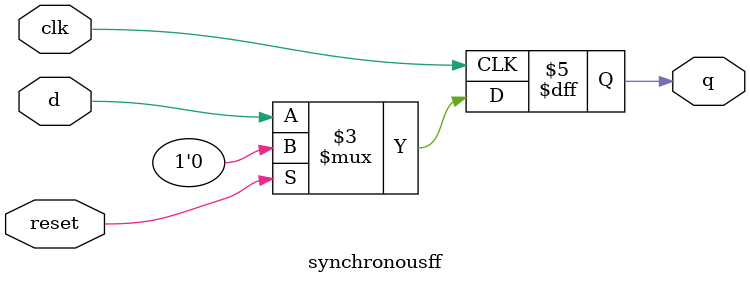
<source format=sv>
module synchronousff (
    input logic clk,      // Clock input
    input logic d,        // Data input
    input logic reset,    // Reset input
    output logic q        // Output
);

    always @(posedge clk)  
    begin
        if (reset)
            q <= 0;       // Reset q to 0 on clock edge
        else
            q <= d;       // Assign input d to output q
    end

endmodule

</source>
